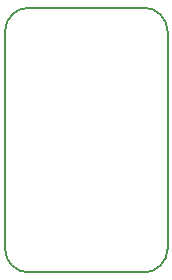
<source format=gbr>
%TF.GenerationSoftware,KiCad,Pcbnew,5.1.7-a382d34a8~87~ubuntu20.04.1*%
%TF.CreationDate,2020-11-06T18:30:24+02:00*%
%TF.ProjectId,BRK-WSON-6-1EP-2x2-P0.65-EP1x1.6,42524b2d-5753-44f4-9e2d-362d3145502d,v1.0*%
%TF.SameCoordinates,Original*%
%TF.FileFunction,Profile,NP*%
%FSLAX46Y46*%
G04 Gerber Fmt 4.6, Leading zero omitted, Abs format (unit mm)*
G04 Created by KiCad (PCBNEW 5.1.7-a382d34a8~87~ubuntu20.04.1) date 2020-11-06 18:30:24*
%MOMM*%
%LPD*%
G01*
G04 APERTURE LIST*
%TA.AperFunction,Profile*%
%ADD10C,0.150000*%
%TD*%
G04 APERTURE END LIST*
D10*
X106880000Y-85350000D02*
G75*
G03*
X104880000Y-83350000I-2000000J0D01*
G01*
X95120000Y-83350000D02*
G75*
G03*
X93120000Y-85350000I0J-2000000D01*
G01*
X93120000Y-103760000D02*
G75*
G03*
X95120000Y-105760000I2000000J0D01*
G01*
X104880000Y-105760000D02*
G75*
G03*
X106880000Y-103760000I0J2000000D01*
G01*
X95120000Y-105760000D02*
X104880000Y-105760000D01*
X95120000Y-83350000D02*
X104880000Y-83350000D01*
X106880000Y-103760000D02*
X106880000Y-85350000D01*
X93120000Y-85350000D02*
X93120000Y-103760000D01*
M02*

</source>
